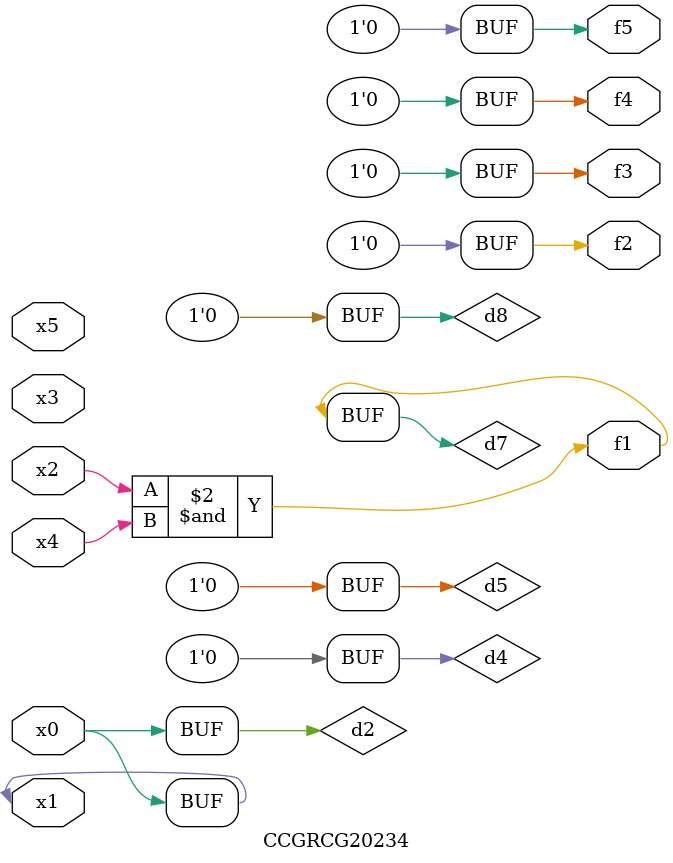
<source format=v>
module CCGRCG20234(
	input x0, x1, x2, x3, x4, x5,
	output f1, f2, f3, f4, f5
);

	wire d1, d2, d3, d4, d5, d6, d7, d8, d9;

	nand (d1, x1);
	buf (d2, x0, x1);
	nand (d3, x2, x4);
	and (d4, d1, d2);
	and (d5, d1, d2);
	nand (d6, d1, d3);
	not (d7, d3);
	xor (d8, d5);
	nor (d9, d5, d6);
	assign f1 = d7;
	assign f2 = d8;
	assign f3 = d8;
	assign f4 = d8;
	assign f5 = d8;
endmodule

</source>
